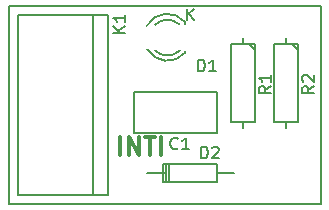
<source format=gbr>
G04 #@! TF.FileFunction,Legend,Top*
%FSLAX46Y46*%
G04 Gerber Fmt 4.6, Leading zero omitted, Abs format (unit mm)*
G04 Created by KiCad (PCBNEW 4.0.0-rc1-stable) date 30/11/2015 17:21:37*
%MOMM*%
G01*
G04 APERTURE LIST*
%ADD10C,0.100000*%
%ADD11C,0.150000*%
%ADD12C,0.300000*%
G04 APERTURE END LIST*
D10*
D11*
X176784000Y-116332000D02*
X176784000Y-99568000D01*
X150368000Y-116332000D02*
X176784000Y-116332000D01*
X150368000Y-99568000D02*
X150368000Y-116332000D01*
X176784000Y-99568000D02*
X150368000Y-99568000D01*
D12*
X159829714Y-112184571D02*
X159829714Y-110684571D01*
X160544000Y-112184571D02*
X160544000Y-110684571D01*
X161401143Y-112184571D01*
X161401143Y-110684571D01*
X161901143Y-110684571D02*
X162758286Y-110684571D01*
X162329715Y-112184571D02*
X162329715Y-110684571D01*
X163258286Y-112184571D02*
X163258286Y-110684571D01*
D11*
X168005000Y-110335000D02*
X161005000Y-110335000D01*
X161005000Y-110335000D02*
X161005000Y-106835000D01*
X161005000Y-106835000D02*
X168005000Y-106835000D01*
X168005000Y-106835000D02*
X168005000Y-110335000D01*
X165299000Y-100921000D02*
X165299000Y-101121000D01*
X165299000Y-103515000D02*
X165299000Y-103335000D01*
X162071256Y-103204643D02*
G75*
G03X165299000Y-103521000I1727744J1003643D01*
G01*
X162746994Y-103334068D02*
G75*
G03X164850000Y-103335000I1052006J1133068D01*
G01*
X165286220Y-100894274D02*
G75*
G03X162049000Y-101241000I-1497220J-1306726D01*
G01*
X164812889Y-101121747D02*
G75*
G03X162765000Y-101141000I-1013889J-1079253D01*
G01*
X168021520Y-113662460D02*
X169418520Y-113662460D01*
X163576520Y-113662460D02*
X162052520Y-113662460D01*
X163957520Y-112900460D02*
X163957520Y-114424460D01*
X163703520Y-112900460D02*
X163703520Y-114424460D01*
X163449520Y-113662460D02*
X163449520Y-114424460D01*
X163449520Y-114424460D02*
X168021520Y-114424460D01*
X168021520Y-114424460D02*
X168021520Y-112900460D01*
X168021520Y-112900460D02*
X163449520Y-112900460D01*
X163449520Y-112900460D02*
X163449520Y-113662460D01*
X158750000Y-115570000D02*
X151130000Y-115570000D01*
X158750000Y-100330000D02*
X151130000Y-100330000D01*
X157480000Y-115570000D02*
X157480000Y-100330000D01*
X151130000Y-115570000D02*
X151130000Y-100330000D01*
X158750000Y-115570000D02*
X158750000Y-100330000D01*
X170180000Y-102235000D02*
X170180000Y-102743000D01*
X170180000Y-109855000D02*
X170180000Y-109347000D01*
X170180000Y-109347000D02*
X171196000Y-109347000D01*
X171196000Y-109347000D02*
X171196000Y-102743000D01*
X171196000Y-102743000D02*
X169164000Y-102743000D01*
X169164000Y-102743000D02*
X169164000Y-109347000D01*
X169164000Y-109347000D02*
X170180000Y-109347000D01*
X170688000Y-102743000D02*
X171196000Y-103251000D01*
X173863000Y-102235000D02*
X173863000Y-102743000D01*
X173863000Y-109855000D02*
X173863000Y-109347000D01*
X173863000Y-109347000D02*
X174879000Y-109347000D01*
X174879000Y-109347000D02*
X174879000Y-102743000D01*
X174879000Y-102743000D02*
X172847000Y-102743000D01*
X172847000Y-102743000D02*
X172847000Y-109347000D01*
X172847000Y-109347000D02*
X173863000Y-109347000D01*
X174371000Y-102743000D02*
X174879000Y-103251000D01*
X164679334Y-111609143D02*
X164631715Y-111656762D01*
X164488858Y-111704381D01*
X164393620Y-111704381D01*
X164250762Y-111656762D01*
X164155524Y-111561524D01*
X164107905Y-111466286D01*
X164060286Y-111275810D01*
X164060286Y-111132952D01*
X164107905Y-110942476D01*
X164155524Y-110847238D01*
X164250762Y-110752000D01*
X164393620Y-110704381D01*
X164488858Y-110704381D01*
X164631715Y-110752000D01*
X164679334Y-110799619D01*
X165631715Y-111704381D02*
X165060286Y-111704381D01*
X165346000Y-111704381D02*
X165346000Y-110704381D01*
X165250762Y-110847238D01*
X165155524Y-110942476D01*
X165060286Y-110990095D01*
X166393905Y-105100381D02*
X166393905Y-104100381D01*
X166632000Y-104100381D01*
X166774858Y-104148000D01*
X166870096Y-104243238D01*
X166917715Y-104338476D01*
X166965334Y-104528952D01*
X166965334Y-104671810D01*
X166917715Y-104862286D01*
X166870096Y-104957524D01*
X166774858Y-105052762D01*
X166632000Y-105100381D01*
X166393905Y-105100381D01*
X167917715Y-105100381D02*
X167346286Y-105100381D01*
X167632000Y-105100381D02*
X167632000Y-104100381D01*
X167536762Y-104243238D01*
X167441524Y-104338476D01*
X167346286Y-104386095D01*
X165473095Y-100782381D02*
X165473095Y-99782381D01*
X166044524Y-100782381D02*
X165615952Y-100210952D01*
X166044524Y-99782381D02*
X165473095Y-100353810D01*
X166647905Y-112466381D02*
X166647905Y-111466381D01*
X166886000Y-111466381D01*
X167028858Y-111514000D01*
X167124096Y-111609238D01*
X167171715Y-111704476D01*
X167219334Y-111894952D01*
X167219334Y-112037810D01*
X167171715Y-112228286D01*
X167124096Y-112323524D01*
X167028858Y-112418762D01*
X166886000Y-112466381D01*
X166647905Y-112466381D01*
X167600286Y-111561619D02*
X167647905Y-111514000D01*
X167743143Y-111466381D01*
X167981239Y-111466381D01*
X168076477Y-111514000D01*
X168124096Y-111561619D01*
X168171715Y-111656857D01*
X168171715Y-111752095D01*
X168124096Y-111894952D01*
X167552667Y-112466381D01*
X168171715Y-112466381D01*
X160218381Y-101830095D02*
X159218381Y-101830095D01*
X160218381Y-101258666D02*
X159646952Y-101687238D01*
X159218381Y-101258666D02*
X159789810Y-101830095D01*
X160218381Y-100306285D02*
X160218381Y-100877714D01*
X160218381Y-100592000D02*
X159218381Y-100592000D01*
X159361238Y-100687238D01*
X159456476Y-100782476D01*
X159504095Y-100877714D01*
X172537381Y-106338666D02*
X172061190Y-106672000D01*
X172537381Y-106910095D02*
X171537381Y-106910095D01*
X171537381Y-106529142D01*
X171585000Y-106433904D01*
X171632619Y-106386285D01*
X171727857Y-106338666D01*
X171870714Y-106338666D01*
X171965952Y-106386285D01*
X172013571Y-106433904D01*
X172061190Y-106529142D01*
X172061190Y-106910095D01*
X172537381Y-105386285D02*
X172537381Y-105957714D01*
X172537381Y-105672000D02*
X171537381Y-105672000D01*
X171680238Y-105767238D01*
X171775476Y-105862476D01*
X171823095Y-105957714D01*
X176220381Y-106338666D02*
X175744190Y-106672000D01*
X176220381Y-106910095D02*
X175220381Y-106910095D01*
X175220381Y-106529142D01*
X175268000Y-106433904D01*
X175315619Y-106386285D01*
X175410857Y-106338666D01*
X175553714Y-106338666D01*
X175648952Y-106386285D01*
X175696571Y-106433904D01*
X175744190Y-106529142D01*
X175744190Y-106910095D01*
X175315619Y-105957714D02*
X175268000Y-105910095D01*
X175220381Y-105814857D01*
X175220381Y-105576761D01*
X175268000Y-105481523D01*
X175315619Y-105433904D01*
X175410857Y-105386285D01*
X175506095Y-105386285D01*
X175648952Y-105433904D01*
X176220381Y-106005333D01*
X176220381Y-105386285D01*
M02*

</source>
